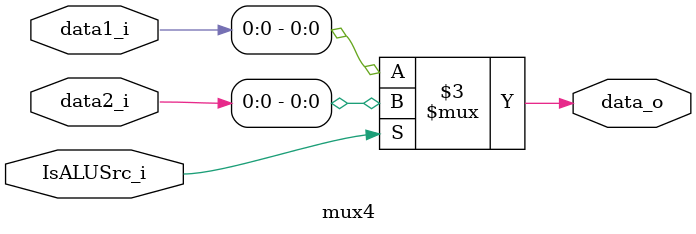
<source format=v>
module mux4(
	data1_i,//mux7 result
	data2_i,//signed extend
	IsALUSrc_i,
	data_o
);

input	[31:0]		data1_i;			
input	[31:0]		data2_i;
input				IsALUSrc_i;
output reg			data_o;		

always@(*)begin
	if(IsALUSrc_i)
		data_o = data2_i;
	else
		data_o = data1_i;
end	

endmodule
</source>
